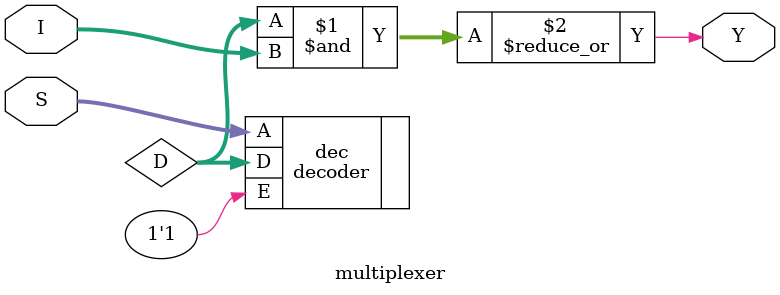
<source format=v>
module multiplexer(I, S, Y);
    input [3:0] I; // 4-bit input data lines
    input [1:0] S; // 2-bit selector
    output Y; // multiplexer output
    wire [3:0] D; // decoder output

    //Re-use the 2-to-4 decoder module
    decoder dec(
        .A(S),
        .E(1'b1), // Awlays enable decoder, by setting E = 1
        .D(D)
    );

    assign Y = | (D & I); // apply logical operations to all elements
endmodule
</source>
